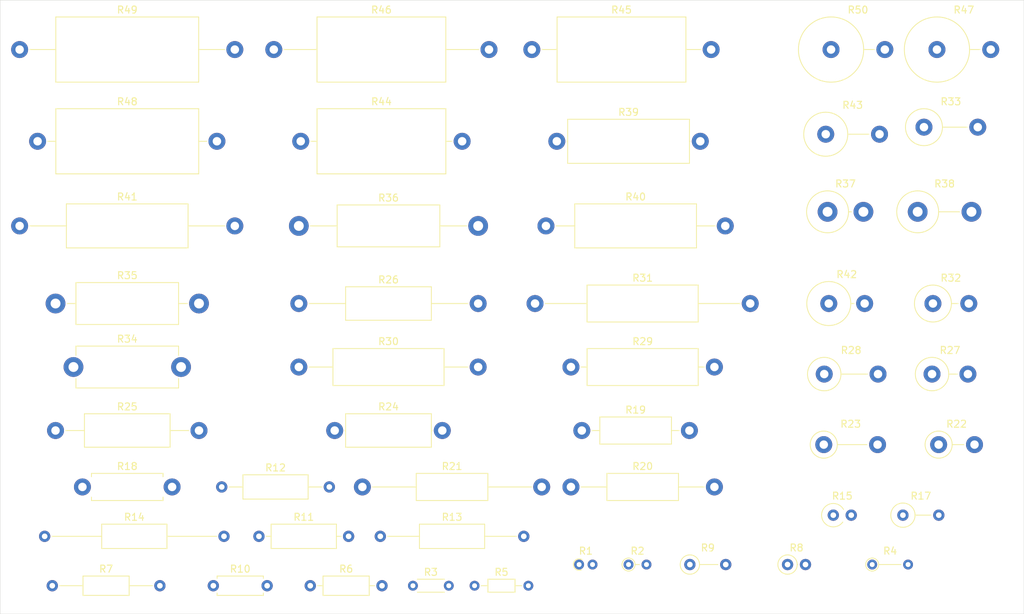
<source format=kicad_pcb>
(kicad_pcb (version 20211014) (generator pcbnew)
  (layers (0 "F.Cu" signal) (31 "B.Cu" signal) (34 "B.Paste" user) (35 "F.Paste" user) (36 "B.SilkS" user "B.Silkscreen") (37 "F.SilkS" user "F.Silkscreen") (38 "B.Mask" user) (39 "F.Mask" user) (44 "Edge.Cuts" user))
  (net 0 "")
  (footprint "Resistor_THT:R_Axial_DIN0411_L9.9mm_D3.6mm_P7.62mm_Vertical" (layer "F.Cu") (at 153.65 83)
    (fp_text reference "R23" (at 3.81 -2.92) (layer "F.SilkS"))
    (fp_text value "680k")
    (fp_line (start 1.92 0) (end 6.12 0) (layer "F.SilkS") (width 0.12))
    (fp_circle (center 0 0) (end 1.92 0) (layer "F.SilkS") (width 0.12) (fill none))
    (pad "1" thru_hole circle (at 0 0) (size 2.4 2.4) (drill 1.2) (layers *.Cu *.Mask))
    (pad "2" thru_hole oval (at 7.62 0) (size 2.4 2.4) (drill 1.2) (layers *.Cu *.Mask))
  )
  (footprint "Resistor_THT:R_Axial_DIN0411_L9.9mm_D3.6mm_P15.24mm_Horizontal" (layer "F.Cu") (at 119.38 81)
    (fp_text reference "R19" (at 7.62 -2.92) (layer "F.SilkS"))
    (fp_text value "330")
    (fp_line (start 12.69 1.92) (end 12.69 -1.92) (layer "F.SilkS") (width 0.12))
    (fp_line (start 2.55 1.92) (end 12.69 1.92) (layer "F.SilkS") (width 0.12))
    (fp_line (start 2.55 -1.92) (end 2.55 1.92) (layer "F.SilkS") (width 0.12))
    (fp_line (start 1.44 0) (end 2.55 0) (layer "F.SilkS") (width 0.12))
    (fp_line (start 13.8 0) (end 12.69 0) (layer "F.SilkS") (width 0.12))
    (fp_line (start 12.69 -1.92) (end 2.55 -1.92) (layer "F.SilkS") (width 0.12))
    (pad "1" thru_hole circle (at 0 0) (size 2.4 2.4) (drill 1.2) (layers *.Cu *.Mask))
    (pad "2" thru_hole oval (at 15.24 0) (size 2.4 2.4) (drill 1.2) (layers *.Cu *.Mask))
  )
  (footprint "Resistor_THT:R_Axial_DIN0411_L9.9mm_D3.6mm_P25.40mm_Horizontal" (layer "F.Cu") (at 88.3 89)
    (fp_text reference "R21" (at 12.7 -2.92) (layer "F.SilkS"))
    (fp_text value "1k5")
    (fp_line (start 1.44 0) (end 7.63 0) (layer "F.SilkS") (width 0.12))
    (fp_line (start 17.77 -1.92) (end 7.63 -1.92) (layer "F.SilkS") (width 0.12))
    (fp_line (start 17.77 1.92) (end 17.77 -1.92) (layer "F.SilkS") (width 0.12))
    (fp_line (start 7.63 -1.92) (end 7.63 1.92) (layer "F.SilkS") (width 0.12))
    (fp_line (start 23.96 0) (end 17.77 0) (layer "F.SilkS") (width 0.12))
    (fp_line (start 7.63 1.92) (end 17.77 1.92) (layer "F.SilkS") (width 0.12))
    (pad "1" thru_hole circle (at 0 0) (size 2.4 2.4) (drill 1.2) (layers *.Cu *.Mask))
    (pad "2" thru_hole oval (at 25.4 0) (size 2.4 2.4) (drill 1.2) (layers *.Cu *.Mask))
  )
  (footprint "Resistor_THT:R_Axial_DIN0414_L11.9mm_D4.5mm_P25.40mm_Horizontal" (layer "F.Cu") (at 79.3 63)
    (fp_text reference "R26" (at 12.7 -3.37) (layer "F.SilkS"))
    (fp_text value "0.01 5%")
    (fp_line (start 18.77 -2.37) (end 6.63 -2.37) (layer "F.SilkS") (width 0.12))
    (fp_line (start 6.63 2.37) (end 18.77 2.37) (layer "F.SilkS") (width 0.12))
    (fp_line (start 1.44 0) (end 6.63 0) (layer "F.SilkS") (width 0.12))
    (fp_line (start 23.96 0) (end 18.77 0) (layer "F.SilkS") (width 0.12))
    (fp_line (start 6.63 -2.37) (end 6.63 2.37) (layer "F.SilkS") (width 0.12))
    (fp_line (start 18.77 2.37) (end 18.77 -2.37) (layer "F.SilkS") (width 0.12))
    (pad "1" thru_hole circle (at 0 0) (size 2.4 2.4) (drill 1.2) (layers *.Cu *.Mask))
    (pad "2" thru_hole oval (at 25.4 0) (size 2.4 2.4) (drill 1.2) (layers *.Cu *.Mask))
  )
  (footprint "Resistor_THT:R_Axial_DIN0204_L3.6mm_D1.6mm_P2.54mm_Vertical" (layer "F.Cu") (at 126 100)
    (fp_text reference "R2" (at 1.27 -1.92) (layer "F.SilkS"))
    (fp_text value "0R12")
    (fp_line (start 0.92 0) (end 1.54 0) (layer "F.SilkS") (width 0.12))
    (fp_circle (center 0 0) (end 0.92 0) (layer "F.SilkS") (width 0.12) (fill none))
    (pad "1" thru_hole circle (at 0 0) (size 1.4 1.4) (drill 0.7) (layers *.Cu *.Mask))
    (pad "2" thru_hole oval (at 2.54 0) (size 1.4 1.4) (drill 0.7) (layers *.Cu *.Mask))
  )
  (footprint "Resistor_THT:R_Axial_DIN0204_L3.6mm_D1.6mm_P1.90mm_Vertical" (layer "F.Cu") (at 119 100)
    (fp_text reference "R1" (at 0.95 -1.92) (layer "F.SilkS"))
    (fp_text value "0.01")
    (fp_arc (start 0.320095 0.749359) (mid -0.813042 -0.054435) (end 0.417133 -0.7) (layer "F.SilkS") (width 0.12))
    (pad "1" thru_hole circle (at 0 0) (size 1.4 1.4) (drill 0.7) (layers *.Cu *.Mask))
    (pad "2" thru_hole oval (at 1.9 0) (size 1.4 1.4) (drill 0.7) (layers *.Cu *.Mask))
  )
  (footprint "Resistor_THT:R_Axial_DIN0411_L9.9mm_D3.6mm_P20.32mm_Horizontal" (layer "F.Cu") (at 117.84 89)
    (fp_text reference "R20" (at 10.16 -2.92) (layer "F.SilkS"))
    (fp_text value "220")
    (fp_line (start 18.88 0) (end 15.23 0) (layer "F.SilkS") (width 0.12))
    (fp_line (start 5.09 -1.92) (end 5.09 1.92) (layer "F.SilkS") (width 0.12))
    (fp_line (start 15.23 1.92) (end 15.23 -1.92) (layer "F.SilkS") (width 0.12))
    (fp_line (start 1.44 0) (end 5.09 0) (layer "F.SilkS") (width 0.12))
    (fp_line (start 15.23 -1.92) (end 5.09 -1.92) (layer "F.SilkS") (width 0.12))
    (fp_line (start 5.09 1.92) (end 15.23 1.92) (layer "F.SilkS") (width 0.12))
    (pad "1" thru_hole circle (at 0 0) (size 2.4 2.4) (drill 1.2) (layers *.Cu *.Mask))
    (pad "2" thru_hole oval (at 20.32 0) (size 2.4 2.4) (drill 1.2) (layers *.Cu *.Mask))
  )
  (footprint "Resistor_THT:R_Axial_DIN0309_L9.0mm_D3.2mm_P20.32mm_Horizontal" (layer "F.Cu") (at 90.84 96)
    (fp_text reference "R13" (at 10.16 -2.72) (layer "F.SilkS"))
    (fp_text value "91G")
    (fp_line (start 5.54 -1.72) (end 5.54 1.72) (layer "F.SilkS") (width 0.12))
    (fp_line (start 5.54 1.72) (end 14.78 1.72) (layer "F.SilkS") (width 0.12))
    (fp_line (start 14.78 -1.72) (end 5.54 -1.72) (layer "F.SilkS") (width 0.12))
    (fp_line (start 19.28 0) (end 14.78 0) (layer "F.SilkS") (width 0.12))
    (fp_line (start 14.78 1.72) (end 14.78 -1.72) (layer "F.SilkS") (width 0.12))
    (fp_line (start 1.04 0) (end 5.54 0) (layer "F.SilkS") (width 0.12))
    (pad "1" thru_hole circle (at 0 0) (size 1.6 1.6) (drill 0.8) (layers *.Cu *.Mask))
    (pad "2" thru_hole oval (at 20.32 0) (size 1.6 1.6) (drill 0.8) (layers *.Cu *.Mask))
  )
  (footprint "Resistor_THT:R_Axial_DIN0207_L6.3mm_D2.5mm_P7.62mm_Horizontal" (layer "F.Cu") (at 67.19 103)
    (fp_text reference "R10" (at 3.81 -2.37) (layer "F.SilkS"))
    (fp_text value "78.9M")
    (fp_line (start 7.08 1.37) (end 7.08 1.04) (layer "F.SilkS") (width 0.12))
    (fp_line (start 0.54 1.04) (end 0.54 1.37) (layer "F.SilkS") (width 0.12))
    (fp_line (start 0.54 -1.04) (end 0.54 -1.37) (layer "F.SilkS") (width 0.12))
    (fp_line (start 0.54 1.37) (end 7.08 1.37) (layer "F.SilkS") (width 0.12))
    (fp_line (start 0.54 -1.37) (end 7.08 -1.37) (layer "F.SilkS") (width 0.12))
    (fp_line (start 7.08 -1.37) (end 7.08 -1.04) (layer "F.SilkS") (width 0.12))
    (pad "1" thru_hole circle (at 0 0) (size 1.6 1.6) (drill 0.8) (layers *.Cu *.Mask))
    (pad "2" thru_hole oval (at 7.62 0) (size 1.6 1.6) (drill 0.8) (layers *.Cu *.Mask))
  )
  (footprint "Resistor_THT:R_Axial_DIN0617_L17.0mm_D6.0mm_P20.32mm_Horizontal" (layer "F.Cu") (at 115.84 40)
    (fp_text reference "R39" (at 10.16 -4.12) (layer "F.SilkS"))
    (fp_text value "678G")
    (fp_line (start 18.78 -3.12) (end 1.54 -3.12) (layer "F.SilkS") (width 0.12))
    (fp_line (start 18.88 0) (end 18.78 0) (layer "F.SilkS") (width 0.12))
    (fp_line (start 18.78 3.12) (end 18.78 -3.12) (layer "F.SilkS") (width 0.12))
    (fp_line (start 1.54 -3.12) (end 1.54 3.12) (layer "F.SilkS") (width 0.12))
    (fp_line (start 1.44 0) (end 1.54 0) (layer "F.SilkS") (width 0.12))
    (fp_line (start 1.54 3.12) (end 18.78 3.12) (layer "F.SilkS") (width 0.12))
    (pad "1" thru_hole circle (at 0 0) (size 2.4 2.4) (drill 1.2) (layers *.Cu *.Mask))
    (pad "2" thru_hole oval (at 20.32 0) (size 2.4 2.4) (drill 1.2) (layers *.Cu *.Mask))
  )
  (footprint "Resistor_THT:R_Axial_DIN0414_L11.9mm_D4.5mm_P20.32mm_Horizontal" (layer "F.Cu") (at 44.84 81)
    (fp_text reference "R25" (at 10.16 -3.37) (layer "F.SilkS"))
    (fp_text value "33k")
    (fp_line (start 18.88 0) (end 16.23 0) (layer "F.SilkS") (width 0.12))
    (fp_line (start 16.23 -2.37) (end 4.09 -2.37) (layer "F.SilkS") (width 0.12))
    (fp_line (start 16.23 2.37) (end 16.23 -2.37) (layer "F.SilkS") (width 0.12))
    (fp_line (start 1.44 0) (end 4.09 0) (layer "F.SilkS") (width 0.12))
    (fp_line (start 4.09 -2.37) (end 4.09 2.37) (layer "F.SilkS") (width 0.12))
    (fp_line (start 4.09 2.37) (end 16.23 2.37) (layer "F.SilkS") (width 0.12))
    (pad "1" thru_hole circle (at 0 0) (size 2.4 2.4) (drill 1.2) (layers *.Cu *.Mask))
    (pad "2" thru_hole oval (at 20.32 0) (size 2.4 2.4) (drill 1.2) (layers *.Cu *.Mask))
  )
  (footprint "Resistor_THT:R_Axial_DIN0414_L11.9mm_D4.5mm_P15.24mm_Horizontal" (layer "F.Cu") (at 84.38 81)
    (fp_text reference "R24" (at 7.62 -3.37) (layer "F.SilkS"))
    (fp_text value "1M")
    (fp_line (start 13.8 0) (end 13.69 0) (layer "F.SilkS") (width 0.12))
    (fp_line (start 1.55 2.37) (end 13.69 2.37) (layer "F.SilkS") (width 0.12))
    (fp_line (start 13.69 -2.37) (end 1.55 -2.37) (layer "F.SilkS") (width 0.12))
    (fp_line (start 1.55 -2.37) (end 1.55 2.37) (layer "F.SilkS") (width 0.12))
    (fp_line (start 13.69 2.37) (end 13.69 -2.37) (layer "F.SilkS") (width 0.12))
    (fp_line (start 1.44 0) (end 1.55 0) (layer "F.SilkS") (width 0.12))
    (pad "1" thru_hole circle (at 0 0) (size 2.4 2.4) (drill 1.2) (layers *.Cu *.Mask))
    (pad "2" thru_hole oval (at 15.24 0) (size 2.4 2.4) (drill 1.2) (layers *.Cu *.Mask))
  )
  (footprint "Resistor_THT:R_Axial_DIN0516_L15.5mm_D5.0mm_P30.48mm_Horizontal" (layer "F.Cu") (at 112.755 63)
    (fp_text reference "R31" (at 15.24 -3.62) (layer "F.SilkS"))
    (fp_text value "567")
    (fp_line (start 7.37 2.62) (end 23.11 2.62) (layer "F.SilkS") (width 0.12))
    (fp_line (start 7.37 -2.62) (end 7.37 2.62) (layer "F.SilkS") (width 0.12))
    (fp_line (start 23.11 -2.62) (end 7.37 -2.62) (layer "F.SilkS") (width 0.12))
    (fp_line (start 1.44 0) (end 7.37 0) (layer "F.SilkS") (width 0.12))
    (fp_line (start 23.11 2.62) (end 23.11 -2.62) (layer "F.SilkS") (width 0.12))
    (fp_line (start 29.04 0) (end 23.11 0) (layer "F.SilkS") (width 0.12))
    (pad "1" thru_hole circle (at 0 0) (size 2.4 2.4) (drill 1.2) (layers *.Cu *.Mask))
    (pad "2" thru_hole oval (at 30.48 0) (size 2.4 2.4) (drill 1.2) (layers *.Cu *.Mask))
  )
  (footprint "Resistor_THT:R_Axial_DIN0207_L6.3mm_D2.5mm_P10.16mm_Horizontal" (layer "F.Cu") (at 80.92 103)
    (fp_text reference "R6" (at 5.08 -2.37) (layer "F.SilkS"))
    (fp_text value "3k4")
    (fp_line (start 1.81 -1.37) (end 1.81 1.37) (layer "F.SilkS") (width 0.12))
    (fp_line (start 1.04 0) (end 1.81 0) (layer "F.SilkS") (width 0.12))
    (fp_line (start 8.35 -1.37) (end 1.81 -1.37) (layer "F.SilkS") (width 0.12))
    (fp_line (start 8.35 1.37) (end 8.35 -1.37) (layer "F.SilkS") (width 0.12))
    (fp_line (start 9.12 0) (end 8.35 0) (layer "F.SilkS") (width 0.12))
    (fp_line (start 1.81 1.37) (end 8.35 1.37) (layer "F.SilkS") (width 0.12))
    (pad "1" thru_hole circle (at 0 0) (size 1.6 1.6) (drill 0.8) (layers *.Cu *.Mask))
    (pad "2" thru_hole oval (at 10.16 0) (size 1.6 1.6) (drill 0.8) (layers *.Cu *.Mask))
  )
  (footprint "Resistor_THT:R_Axial_DIN0411_L9.9mm_D3.6mm_P12.70mm_Horizontal" (layer "F.Cu") (at 48.65 89)
    (fp_text reference "R18" (at 6.35 -2.92) (layer "F.SilkS"))
    (fp_text value "68k")
    (fp_line (start 1.28 -1.92) (end 11.42 -1.92) (layer "F.SilkS") (width 0.12))
    (fp_line (start 11.42 -1.92) (end 11.42 -1.44) (layer "F.SilkS") (width 0.12))
    (fp_line (start 11.42 1.92) (end 11.42 1.44) (layer "F.SilkS") (width 0.12))
    (fp_line (start 1.28 -1.44) (end 1.28 -1.92) (layer "F.SilkS") (width 0.12))
    (fp_line (start 1.28 1.44) (end 1.28 1.92) (layer "F.SilkS") (width 0.12))
    (fp_line (start 1.28 1.92) (end 11.42 1.92) (layer "F.SilkS") (width 0.12))
    (pad "1" thru_hole circle (at 0 0) (size 2.4 2.4) (drill 1.2) (layers *.Cu *.Mask))
    (pad "2" thru_hole oval (at 12.7 0) (size 2.4 2.4) (drill 1.2) (layers *.Cu *.Mask))
  )
  (footprint "Resistor_THT:R_Axial_DIN0918_L18.0mm_D9.0mm_P25.40mm_Horizontal" (layer "F.Cu") (at 112.3 27)
    (fp_text reference "R45" (at 12.7 -5.62) (layer "F.SilkS"))
    (fp_text value "23.4")
    (fp_line (start 21.82 -4.62) (end 3.58 -4.62) (layer "F.SilkS") (width 0.12))
    (fp_line (start 1.44 0) (end 3.58 0) (layer "F.SilkS") (width 0.12))
    (fp_line (start 3.58 4.62) (end 21.82 4.62) (layer "F.SilkS") (width 0.12))
    (fp_line (start 3.58 -4.62) (end 3.58 4.62) (layer "F.SilkS") (width 0.12))
    (fp_line (start 23.96 0) (end 21.82 0) (layer "F.SilkS") (width 0.12))
    (fp_line (start 21.82 4.62) (end 21.82 -4.62) (layer "F.SilkS") (width 0.12))
    (pad "1" thru_hole circle (at 0 0) (size 2.4 2.4) (drill 1.2) (layers *.Cu *.Mask))
    (pad "2" thru_hole oval (at 25.4 0) (size 2.4 2.4) (drill 1.2) (layers *.Cu *.Mask))
  )
  (footprint "Resistor_THT:R_Axial_DIN0516_L15.5mm_D5.0mm_P25.40mm_Horizontal" (layer "F.Cu") (at 79.3 72)
    (fp_text reference "R30" (at 12.7 -3.62) (layer "F.SilkS"))
    (fp_text value "567")
    (fp_line (start 20.57 -2.62) (end 4.83 -2.62) (layer "F.SilkS") (width 0.12))
    (fp_line (start 23.96 0) (end 20.57 0) (layer "F.SilkS") (width 0.12))
    (fp_line (start 20.57 2.62) (end 20.57 -2.62) (layer "F.SilkS") (width 0.12))
    (fp_line (start 4.83 2.62) (end 20.57 2.62) (layer "F.SilkS") (width 0.12))
    (fp_line (start 4.83 -2.62) (end 4.83 2.62) (layer "F.SilkS") (width 0.12))
    (fp_line (start 1.44 0) (end 4.83 0) (layer "F.SilkS") (width 0.12))
    (pad "1" thru_hole circle (at 0 0) (size 2.4 2.4) (drill 1.2) (layers *.Cu *.Mask))
    (pad "2" thru_hole oval (at 25.4 0) (size 2.4 2.4) (drill 1.2) (layers *.Cu *.Mask))
  )
  (footprint "Resistor_THT:R_Axial_DIN0614_L14.3mm_D5.7mm_P7.62mm_Vertical" (layer "F.Cu") (at 166.95 50)
    (fp_text reference "R38" (at 3.81 -3.97) (layer "F.SilkS"))
    (fp_text value "67.8G")
    (fp_line (start 2.97 0) (end 5.92 0) (layer "F.SilkS") (width 0.12))
    (fp_circle (center 0 0) (end 2.97 0) (layer "F.SilkS") (width 0.12) (fill none))
    (pad "1" thru_hole circle (at 0 0) (size 2.8 2.8) (drill 1.4) (layers *.Cu *.Mask))
    (pad "2" thru_hole oval (at 7.62 0) (size 2.8 2.8) (drill 1.4) (layers *.Cu *.Mask))
  )
  (footprint "Resistor_THT:R_Axial_DIN0617_L17.0mm_D6.0mm_P7.62mm_Vertical" (layer "F.Cu") (at 153.93 39)
    (fp_text reference "R43" (at 3.81 -4.12) (layer "F.SilkS"))
    (fp_text value "511k")
    (fp_line (start 3.12 0) (end 6.12 0) (layer "F.SilkS") (width 0.12))
    (fp_circle (center 0 0) (end 3.12 0) (layer "F.SilkS") (width 0.12) (fill none))
    (pad "1" thru_hole circle (at 0 0) (size 2.4 2.4) (drill 1.2) (layers *.Cu *.Mask))
    (pad "2" thru_hole oval (at 7.62 0) (size 2.4 2.4) (drill 1.2) (layers *.Cu *.Mask))
  )
  (footprint "Resistor_THT:R_Axial_DIN0614_L14.3mm_D5.7mm_P5.08mm_Vertical" (layer "F.Cu") (at 154.185 50)
    (fp_text reference "R37" (at 2.54 -3.97) (layer "F.SilkS"))
    (fp_text value "6.78G")
    (fp_line (start 2.97 0) (end 3.38 0) (layer "F.SilkS") (width 0.12))
    (fp_circle (center 0 0) (end 2.97 0) (layer "F.SilkS") (width 0.12) (fill none))
    (pad "1" thru_hole circle (at 0 0) (size 2.8 2.8) (drill 1.4) (layers *.Cu *.Mask))
    (pad "2" thru_hole oval (at 5.08 0) (size 2.8 2.8) (drill 1.4) (layers *.Cu *.Mask))
  )
  (footprint "Resistor_THT:R_Axial_DIN0309_L9.0mm_D3.2mm_P15.24mm_Horizontal" (layer "F.Cu") (at 68.38 89)
    (fp_text reference "R12" (at 7.62 -2.72) (layer "F.SilkS"))
    (fp_text value "9.1G")
    (fp_line (start 3 1.72) (end 12.24 1.72) (layer "F.SilkS") (width 0.12))
    (fp_line (start 14.2 0) (end 12.24 0) (layer "F.SilkS") (width 0.12))
    (fp_line (start 12.24 1.72) (end 12.24 -1.72) (layer "F.SilkS") (width 0.12))
    (fp_line (start 3 -1.72) (end 3 1.72) (layer "F.SilkS") (width 0.12))
    (fp_line (start 12.24 -1.72) (end 3 -1.72) (layer "F.SilkS") (width 0.12))
    (fp_line (start 1.04 0) (end 3 0) (layer "F.SilkS") (width 0.12))
    (pad "1" thru_hole circle (at 0 0) (size 1.6 1.6) (drill 0.8) (layers *.Cu *.Mask))
    (pad "2" thru_hole oval (at 15.24 0) (size 1.6 1.6) (drill 0.8) (layers *.Cu *.Mask))
  )
  (footprint "Resistor_THT:R_Axial_DIN0207_L6.3mm_D2.5mm_P5.08mm_Vertical" (layer "F.Cu") (at 134.685 100)
    (fp_text reference "R9" (at 2.54 -2.37) (layer "F.SilkS"))
    (fp_text value "6M8")
    (fp_line (start 1.37 0) (end 3.98 0) (layer "F.SilkS") (width 0.12))
    (fp_circle (center 0 0) (end 1.37 0) (layer "F.SilkS") (width 0.12) (fill none))
    (pad "1" thru_hole circle (at 0 0) (size 1.6 1.6) (drill 0.8) (layers *.Cu *.Mask))
    (pad "2" thru_hole oval (at 5.08 0) (size 1.6 1.6) (drill 0.8) (layers *.Cu *.Mask))
  )
  (footprint "Resistor_THT:R_Axial_DIN0414_L11.9mm_D4.5mm_P7.62mm_Vertical" (layer "F.Cu") (at 153.715 73)
    (fp_text reference "R28" (at 3.81 -3.37) (layer "F.SilkS"))
    (fp_text value "1.23")
    (fp_line (start 2.37 0) (end 6.12 0) (layer "F.SilkS") (width 0.12))
    (fp_circle (center 0 0) (end 2.37 0) (layer "F.SilkS") (width 0.12) (fill none))
    (pad "1" thru_hole circle (at 0 0) (size 2.4 2.4) (drill 1.2) (layers *.Cu *.Mask))
    (pad "2" thru_hole oval (at 7.62 0) (size 2.4 2.4) (drill 1.2) (layers *.Cu *.Mask))
  )
  (footprint "Resistor_THT:R_Axial_DIN0922_L20.0mm_D9.0mm_P7.62mm_Vertical" (layer "F.Cu") (at 154.68 27)
    (fp_text reference "R50" (at 3.81 -5.62) (layer "F.SilkS"))
    (fp_text value "2340000")
    (fp_line (start 4.62 0) (end 6.12 0) (layer "F.SilkS") (width 0.12))
    (fp_circle (center 0 0) (end 4.62 0) (layer "F.SilkS") (width 0.12) (fill none))
    (pad "1" thru_hole circle (at 0 0) (size 2.4 2.4) (drill 1.2) (layers *.Cu *.Mask))
    (pad "2" thru_hole oval (at 7.62 0) (size 2.4 2.4) (drill 1.2) (layers *.Cu *.Mask))
  )
  (footprint "Resistor_THT:R_Axial_DIN0204_L3.6mm_D1.6mm_P7.62mm_Horizontal" (layer "F.Cu") (at 104.19 103)
    (fp_text reference "R5" (at 3.81 -1.92) (layer "F.SilkS"))
    (fp_text value "330")
    (fp_line (start 6.68 0) (end 5.73 0) (layer "F.SilkS") (width 0.12))
    (fp_line (start 1.89 0.92) (end 5.73 0.92) (layer "F.SilkS") (width 0.12))
    (fp_line (start 0.94 0) (end 1.89 0) (layer "F.SilkS") (width 0.12))
    (fp_line (start 5.73 -0.92) (end 1.89 -0.92) (layer "F.SilkS") (width 0.12))
    (fp_line (start 1.89 -0.92) (end 1.89 0.92) (layer "F.SilkS") (width 0.12))
    (fp_line (start 5.73 0.92) (end 5.73 -0.92) (layer "F.SilkS") (width 0.12))
    (pad "1" thru_hole circle (at 0 0) (size 1.4 1.4) (drill 0.7) (layers *.Cu *.Mask))
    (pad "2" thru_hole oval (at 7.62 0) (size 1.4 1.4) (drill 0.7) (layers *.Cu *.Mask))
  )
  (footprint "Resistor_THT:R_Axial_DIN0614_L14.3mm_D5.7mm_P15.24mm_Horizontal" (layer "F.Cu") (at 47.38 72)
    (fp_text reference "R34" (at 7.62 -3.97) (layer "F.SilkS"))
    (fp_text value "6780000")
    (fp_line (start 14.89 -2.97) (end 14.89 -1.64) (layer "F.SilkS") (width 0.12))
    (fp_line (start 0.35 1.64) (end 0.35 2.97) (layer "F.SilkS") (width 0.12))
    (fp_line (start 0.35 -2.97) (end 14.89 -2.97) (layer "F.SilkS") (width 0.12))
    (fp_line (start 0.35 -1.64) (end 0.35 -2.97) (layer "F.SilkS") (width 0.12))
    (fp_line (start 0.35 2.97) (end 14.89 2.97) (layer "F.SilkS") (width 0.12))
    (fp_line (start 14.89 2.97) (end 14.89 1.64) (layer "F.SilkS") (width 0.12))
    (pad "1" thru_hole circle (at 0 0) (size 2.8 2.8) (drill 1.4) (layers *.Cu *.Mask))
    (pad "2" thru_hole oval (at 15.24 0) (size 2.8 2.8) (drill 1.4) (layers *.Cu *.Mask))
  )
  (footprint "Resistor_THT:R_Axial_DIN0614_L14.3mm_D5.7mm_P20.32mm_Horizontal" (layer "F.Cu") (at 44.84 63)
    (fp_text reference "R35" (at 10.16 -3.97) (layer "F.SilkS"))
    (fp_text value "67800000")
    (fp_line (start 2.89 -2.97) (end 2.89 2.97) (layer "F.SilkS") (width 0.12))
    (fp_line (start 17.43 -2.97) (end 2.89 -2.97) (layer "F.SilkS") (width 0.12))
    (fp_line (start 1.64 0) (end 2.89 0) (layer "F.SilkS") (width 0.12))
    (fp_line (start 17.43 2.97) (end 17.43 -2.97) (layer "F.SilkS") (width 0.12))
    (fp_line (start 18.68 0) (end 17.43 0) (layer "F.SilkS") (width 0.12))
    (fp_line (start 2.89 2.97) (end 17.43 2.97) (layer "F.SilkS") (width 0.12))
    (pad "1" thru_hole circle (at 0 0) (size 2.8 2.8) (drill 1.4) (layers *.Cu *.Mask))
    (pad "2" thru_hole oval (at 20.32 0) (size 2.8 2.8) (drill 1.4) (layers *.Cu *.Mask))
  )
  (footprint "Resistor_THT:R_Axial_DIN0516_L15.5mm_D5.0mm_P7.62mm_Vertical" (layer "F.Cu") (at 167.84 38)
    (fp_text reference "R33" (at 3.81 -3.62) (layer "F.SilkS"))
    (fp_text value "678900")
    (fp_line (start 2.62 0) (end 6.12 0) (layer "F.SilkS") (width 0.12))
    (fp_circle (center 0 0) (end 2.62 0) (layer "F.SilkS") (width 0.12) (fill none))
    (pad "1" thru_hole circle (at 0 0) (size 2.4 2.4) (drill 1.2) (layers *.Cu *.Mask))
    (pad "2" thru_hole oval (at 7.62 0) (size 2.4 2.4) (drill 1.2) (layers *.Cu *.Mask))
  )
  (footprint "Resistor_THT:R_Axial_DIN0207_L6.3mm_D2.5mm_P2.54mm_Vertical" (layer "F.Cu") (at 148.52 100)
    (fp_text reference "R8" (at 1.27 -2.37) (layer "F.SilkS"))
    (fp_text value "680K")
    (fp_line (start 1.37 0) (end 1.44 0) (layer "F.SilkS") (width 0.12))
    (fp_circle (center 0 0) (end 1.37 0) (layer "F.SilkS") (width 0.12) (fill none))
    (pad "1" thru_hole circle (at 0 0) (size 1.6 1.6) (drill 0.8) (layers *.Cu *.Mask))
    (pad "2" thru_hole oval (at 2.54 0) (size 1.6 1.6) (drill 0.8) (layers *.Cu *.Mask))
  )
  (footprint "Resistor_THT:R_Axial_DIN0516_L15.5mm_D5.0mm_P20.32mm_Horizontal" (layer "F.Cu") (at 117.84 72)
    (fp_text reference "R29" (at 10.16 -3.62) (layer "F.SilkS"))
    (fp_text value "12.3")
    (fp_line (start 2.29 -2.62) (end 2.29 2.62) (layer "F.SilkS") (width 0.12))
    (fp_line (start 18.03 2.62) (end 18.03 -2.62) (layer "F.SilkS") (width 0.12))
    (fp_line (start 2.29 2.62) (end 18.03 2.62) (layer "F.SilkS") (width 0.12))
    (fp_line (start 18.03 -2.62) (end 2.29 -2.62) (layer "F.SilkS") (width 0.12))
    (fp_line (start 1.44 0) (end 2.29 0) (layer "F.SilkS") (width 0.12))
    (fp_line (start 18.88 0) (end 18.03 0) (layer "F.SilkS") (width 0.12))
    (pad "1" thru_hole circle (at 0 0) (size 2.4 2.4) (drill 1.2) (layers *.Cu *.Mask))
    (pad "2" thru_hole oval (at 20.32 0) (size 2.4 2.4) (drill 1.2) (layers *.Cu *.Mask))
  )
  (footprint "Resistor_THT:R_Axial_DIN0918_L18.0mm_D9.0mm_P22.86mm_Horizontal" (layer "F.Cu") (at 79.57 40)
    (fp_text reference "R44" (at 11.43 -5.62) (layer "F.SilkS"))
    (fp_text value "2.34")
    (fp_line (start 21.42 0) (end 20.55 0) (layer "F.SilkS") (width 0.12))
    (fp_line (start 2.31 4.62) (end 20.55 4.62) (layer "F.SilkS") (width 0.12))
    (fp_line (start 2.31 -4.62) (end 2.31 4.62) (layer "F.SilkS") (width 0.12))
    (fp_line (start 1.44 0) (end 2.31 0) (layer "F.SilkS") (width 0.12))
    (fp_line (start 20.55 4.62) (end 20.55 -4.62) (layer "F.SilkS") (width 0.12))
    (fp_line (start 20.55 -4.62) (end 2.31 -4.62) (layer "F.SilkS") (width 0.12))
    (pad "1" thru_hole circle (at 0 0) (size 2.4 2.4) (drill 1.2) (layers *.Cu *.Mask))
    (pad "2" thru_hole oval (at 22.86 0) (size 2.4 2.4) (drill 1.2) (layers *.Cu *.Mask))
  )
  (footprint "Resistor_THT:R_Axial_DIN0309_L9.0mm_D3.2mm_P5.08mm_Vertical" (layer "F.Cu") (at 164.86 93)
    (fp_text reference "R17" (at 2.54 -2.72) (layer "F.SilkS"))
    (fp_text value "4k7")
    (fp_line (start 1.72 0) (end 3.98 0) (layer "F.SilkS") (width 0.12))
    (fp_circle (center 0 0) (end 1.72 0) (layer "F.SilkS") (width 0.12) (fill none))
    (pad "1" thru_hole circle (at 0 0) (size 1.6 1.6) (drill 0.8) (layers *.Cu *.Mask))
    (pad "2" thru_hole oval (at 5.08 0) (size 1.6 1.6) (drill 0.8) (layers *.Cu *.Mask))
  )
  (footprint "Resistor_THT:R_Axial_DIN0617_L17.0mm_D6.0mm_P25.40mm_Horizontal" (layer "F.Cu") (at 114.3 52)
    (fp_text reference "R40" (at 12.7 -4.12) (layer "F.SilkS"))
    (fp_text value "511")
    (fp_line (start 1.44 0) (end 4.08 0) (layer "F.SilkS") (width 0.12))
    (fp_line (start 4.08 3.12) (end 21.32 3.12) (layer "F.SilkS") (width 0.12))
    (fp_line (start 21.32 -3.12) (end 4.08 -3.12) (layer "F.SilkS") (width 0.12))
    (fp_line (start 21.32 3.12) (end 21.32 -3.12) (layer "F.SilkS") (width 0.12))
    (fp_line (start 4.08 -3.12) (end 4.08 3.12) (layer "F.SilkS") (width 0.12))
    (fp_line (start 23.96 0) (end 21.32 0) (layer "F.SilkS") (width 0.12))
    (pad "1" thru_hole circle (at 0 0) (size 2.4 2.4) (drill 1.2) (layers *.Cu *.Mask))
    (pad "2" thru_hole oval (at 25.4 0) (size 2.4 2.4) (drill 1.2) (layers *.Cu *.Mask))
  )
  (footprint "Resistor_THT:R_Axial_DIN0516_L15.5mm_D5.0mm_P5.08mm_Vertical" (layer "F.Cu") (at 169.11 63)
    (fp_text reference "R32" (at 2.54 -3.62) (layer "F.SilkS"))
    (fp_text value "67800")
    (fp_line (start 2.62 0) (end 3.58 0) (layer "F.SilkS") (width 0.12))
    (fp_circle (center 0 0) (end 2.62 0) (layer "F.SilkS") (width 0.12) (fill none))
    (pad "1" thru_hole circle (at 0 0) (size 2.4 2.4) (drill 1.2) (layers *.Cu *.Mask))
    (pad "2" thru_hole oval (at 5.08 0) (size 2.4 2.4) (drill 1.2) (layers *.Cu *.Mask))
  )
  (footprint "Resistor_THT:R_Axial_DIN0309_L9.0mm_D3.2mm_P25.40mm_Horizontal" (layer "F.Cu") (at 43.3 96)
    (fp_text reference "R14" (at 12.7 -2.72) (layer "F.SilkS"))
    (fp_text value "1k2")
    (fp_line (start 24.36 0) (end 17.32 0) (layer "F.SilkS") (width 0.12))
    (fp_line (start 17.32 1.72) (end 17.32 -1.72) (layer "F.SilkS") (width 0.12))
    (fp_line (start 8.08 1.72) (end 17.32 1.72) (layer "F.SilkS") (width 0.12))
    (fp_line (start 17.32 -1.72) (end 8.08 -1.72) (layer "F.SilkS") (width 0.12))
    (fp_line (start 8.08 -1.72) (end 8.08 1.72) (layer "F.SilkS") (width 0.12))
    (fp_line (start 1.04 0) (end 8.08 0) (layer "F.SilkS") (width 0.12))
    (pad "1" thru_hole circle (at 0 0) (size 1.6 1.6) (drill 0.8) (layers *.Cu *.Mask))
    (pad "2" thru_hole oval (at 25.4 0) (size 1.6 1.6) (drill 0.8) (layers *.Cu *.Mask))
  )
  (footprint "Resistor_THT:R_Axial_DIN0309_L9.0mm_D3.2mm_P12.70mm_Horizontal" (layer "F.Cu") (at 73.65 96)
    (fp_text reference "R11" (at 6.35 -2.72) (layer "F.SilkS"))
    (fp_text value "780M")
    (fp_line (start 10.97 1.72) (end 10.97 -1.72) (layer "F.SilkS") (width 0.12))
    (fp_line (start 1.73 1.72) (end 10.97 1.72) (layer "F.SilkS") (width 0.12))
    (fp_line (start 11.66 0) (end 10.97 0) (layer "F.SilkS") (width 0.12))
    (fp_line (start 1.04 0) (end 1.73 0) (layer "F.SilkS") (width 0.12))
    (fp_line (start 10.97 -1.72) (end 1.73 -1.72) (layer "F.SilkS") (width 0.12))
    (fp_line (start 1.73 -1.72) (end 1.73 1.72) (layer "F.SilkS") (width 0.12))
    (pad "1" thru_hole circle (at 0 0) (size 1.6 1.6) (drill 0.8) (layers *.Cu *.Mask))
    (pad "2" thru_hole oval (at 12.7 0) (size 1.6 1.6) (drill 0.8) (layers *.Cu *.Mask))
  )
  (footprint "Resistor_THT:R_Axial_DIN0922_L20.0mm_D9.0mm_P25.40mm_Horizontal" (layer "F.Cu") (at 42.3 40)
    (fp_text reference "R48" (at 12.7 -5.62) (layer "F.SilkS"))
    (fp_text value "23400")
    (fp_line (start 1.44 0) (end 2.58 0) (layer "F.SilkS") (width 0.12))
    (fp_line (start 22.82 -4.62) (end 2.58 -4.62) (layer "F.SilkS") (width 0.12))
    (fp_line (start 23.96 0) (end 22.82 0) (layer "F.SilkS") (width 0.12))
    (fp_line (start 2.58 4.62) (end 22.82 4.62) (layer "F.SilkS") (width 0.12))
    (fp_line (start 2.58 -4.62) (end 2.58 4.62) (layer "F.SilkS") (width 0.12))
    (fp_line (start 22.82 4.62) (end 22.82 -4.62) (layer "F.SilkS") (width 0.12))
    (pad "1" thru_hole circle (at 0 0) (size 2.4 2.4) (drill 1.2) (layers *.Cu *.Mask))
    (pad "2" thru_hole oval (at 25.4 0) (size 2.4 2.4) (drill 1.2) (layers *.Cu *.Mask))
  )
  (footprint "Resistor_THT:R_Axial_DIN0617_L17.0mm_D6.0mm_P5.08mm_Vertical" (layer "F.Cu") (at 154.36 63)
    (fp_text reference "R42" (at 2.54 -4.12) (layer "F.SilkS"))
    (fp_text value "51k1")
    (fp_line (start 3.12 0) (end 3.58 0) (layer "F.SilkS") (width 0.12))
    (fp_circle (center 0 0) (end 3.12 0) (layer "F.SilkS") (width 0.12) (fill none))
    (pad "1" thru_hole circle (at 0 0) (size 2.4 2.4) (drill 1.2) (layers *.Cu *.Mask))
    (pad "2" thru_hole oval (at 5.08 0) (size 2.4 2.4) (drill 1.2) (layers *.Cu *.Mask))
  )
  (footprint "Resistor_THT:R_Axial_DIN0309_L9.0mm_D3.2mm_P2.54mm_Vertical" (layer "F.Cu") (at 155 93)
    (fp_text reference "R15" (at 1.27 -2.72) (layer "F.SilkS"))
    (fp_text value "2k2")
    (fp_arc (start 1.344775 0.97138) (mid -1.655812 -0.101418) (end 1.453272 -0.8) (layer "F.SilkS") (width 0.12))
    (pad "1" thru_hole circle (at 0 0) (size 1.6 1.6) (drill 0.8) (layers *.Cu *.Mask))
    (pad "2" thru_hole oval (at 2.54 0) (size 1.6 1.6) (drill 0.8) (layers *.Cu *.Mask))
  )
  (footprint "Resistor_THT:R_Axial_DIN0414_L11.9mm_D4.5mm_P5.08mm_Vertical" (layer "F.Cu") (at 168.985 73)
    (fp_text reference "R27" (at 2.54 -3.37) (layer "F.SilkS"))
    (fp_text value "0.12")
    (fp_line (start 2.37 0) (end 3.58 0) (layer "F.SilkS") (width 0.12))
    (fp_circle (center 0 0) (end 2.37 0) (layer "F.SilkS") (width 0.12) (fill none))
    (pad "1" thru_hole circle (at 0 0) (size 2.4 2.4) (drill 1.2) (layers *.Cu *.Mask))
    (pad "2" thru_hole oval (at 5.08 0) (size 2.4 2.4) (drill 1.2) (layers *.Cu *.Mask))
  )
  (footprint "Resistor_THT:R_Axial_DIN0207_L6.3mm_D2.5mm_P15.24mm_Horizontal" (layer "F.Cu") (at 44.38 103)
    (fp_text reference "R7" (at 7.62 -2.37) (layer "F.SilkS"))
    (fp_text value "34k")
    (fp_line (start 4.35 -1.37) (end 4.35 1.37) (layer "F.SilkS") (width 0.12))
    (fp_line (start 1.04 0) (end 4.35 0) (layer "F.SilkS") (width 0.12))
    (fp_line (start 10.89 -1.37) (end 4.35 -1.37) (layer "F.SilkS") (width 0.12))
    (fp_line (start 4.35 1.37) (end 10.89 1.37) (layer "F.SilkS") (width 0.12))
    (fp_line (start 10.89 1.37) (end 10.89 -1.37) (layer "F.SilkS") (width 0.12))
    (fp_line (start 14.2 0) (end 10.89 0) (layer "F.SilkS") (width 0.12))
    (pad "1" thru_hole circle (at 0 0) (size 1.6 1.6) (drill 0.8) (layers *.Cu *.Mask))
    (pad "2" thru_hole oval (at 15.24 0) (size 1.6 1.6) (drill 0.8) (layers *.Cu *.Mask))
  )
  (footprint "Resistor_THT:R_Axial_DIN0204_L3.6mm_D1.6mm_P5.08mm_Horizontal" (layer "F.Cu") (at 95.46 103)
    (fp_text reference "R3" (at 2.54 -1.92) (layer "F.SilkS"))
    (fp_text value "1R2")
    (fp_line (start 0.62 -0.92) (end 4.46 -0.92) (layer "F.SilkS") (width 0.12))
    (fp_line (start 0.62 0.92) (end 4.46 0.92) (layer "F.SilkS") (width 0.12))
    (pad "1" thru_hole circle (at 0 0) (size 1.4 1.4) (drill 0.7) (layers *.Cu *.Mask))
    (pad "2" thru_hole oval (at 5.08 0) (size 1.4 1.4) (drill 0.7) (layers *.Cu *.Mask))
  )
  (footprint "Resistor_THT:R_Axial_DIN0204_L3.6mm_D1.6mm_P5.08mm_Vertical" (layer "F.Cu") (at 160.51 100)
    (fp_text reference "R4" (at 2.54 -1.92) (layer "F.SilkS"))
    (fp_text value "12.3R")
    (fp_line (start 0.92 0) (end 4.08 0) (layer "F.SilkS") (width 0.12))
    (fp_circle (center 0 0) (end 0.92 0) (layer "F.SilkS") (width 0.12) (fill none))
    (pad "1" thru_hole circle (at 0 0) (size 1.4 1.4) (drill 0.7) (layers *.Cu *.Mask))
    (pad "2" thru_hole oval (at 5.08 0) (size 1.4 1.4) (drill 0.7) (layers *.Cu *.Mask))
  )
  (footprint "Resistor_THT:R_Axial_DIN0617_L17.0mm_D6.0mm_P30.48mm_Horizontal" (layer "F.Cu") (at 39.755 52)
    (fp_text reference "R41" (at 15.24 -4.12) (layer "F.SilkS"))
    (fp_text value "5k11")
    (fp_line (start 6.62 3.12) (end 23.86 3.12) (layer "F.SilkS") (width 0.12))
    (fp_line (start 6.62 -3.12) (end 6.62 3.12) (layer "F.SilkS") (width 0.12))
    (fp_line (start 23.86 -3.12) (end 6.62 -3.12) (layer "F.SilkS") (width 0.12))
    (fp_line (start 29.04 0) (end 23.86 0) (layer "F.SilkS") (width 0.12))
    (fp_line (start 23.86 3.12) (end 23.86 -3.12) (layer "F.SilkS") (width 0.12))
    (fp_line (start 1.44 0) (end 6.62 0) (layer "F.SilkS") (width 0.12))
    (pad "1" thru_hole circle (at 0 0) (size 2.4 2.4) (drill 1.2) (layers *.Cu *.Mask))
    (pad "2" thru_hole oval (at 30.48 0) (size 2.4 2.4) (drill 1.2) (layers *.Cu *.Mask))
  )
  (footprint "Resistor_THT:R_Axial_DIN0918_L18.0mm_D9.0mm_P30.48mm_Horizontal" (layer "F.Cu") (at 75.755 27)
    (fp_text reference "R46" (at 15.24 -5.62) (layer "F.SilkS"))
    (fp_text value "234")
    (fp_line (start 6.12 4.62) (end 24.36 4.62) (layer "F.SilkS") (width 0.12))
    (fp_line (start 6.12 -4.62) (end 6.12 4.62) (layer "F.SilkS") (width 0.12))
    (fp_line (start 1.44 0) (end 6.12 0) (layer "F.SilkS") (width 0.12))
    (fp_line (start 24.36 -4.62) (end 6.12 -4.62) (layer "F.SilkS") (width 0.12))
    (fp_line (start 29.04 0) (end 24.36 0) (layer "F.SilkS") (width 0.12))
    (fp_line (start 24.36 4.62) (end 24.36 -4.62) (layer "F.SilkS") (width 0.12))
    (pad "1" thru_hole circle (at 0 0) (size 2.4 2.4) (drill 1.2) (layers *.Cu *.Mask))
    (pad "2" thru_hole oval (at 30.48 0) (size 2.4 2.4) (drill 1.2) (layers *.Cu *.Mask))
  )
  (footprint "Resistor_THT:R_Axial_DIN0922_L20.0mm_D9.0mm_P30.48mm_Horizontal" (layer "F.Cu") (at 39.755 27)
    (fp_text reference "R49" (at 15.24 -5.62) (layer "F.SilkS"))
    (fp_text value "234000")
    (fp_line (start 5.12 -4.62) (end 5.12 4.62) (layer "F.SilkS") (width 0.12))
    (fp_line (start 5.12 4.62) (end 25.36 4.62) (layer "F.SilkS") (width 0.12))
    (fp_line (start 25.36 -4.62) (end 5.12 -4.62) (layer "F.SilkS") (width 0.12))
    (fp_line (start 25.36 4.62) (end 25.36 -4.62) (layer "F.SilkS") (width 0.12))
    (fp_line (start 29.04 0) (end 25.36 0) (layer "F.SilkS") (width 0.12))
    (fp_line (start 1.44 0) (end 5.12 0) (layer "F.SilkS") (width 0.12))
    (pad "1" thru_hole circle (at 0 0) (size 2.4 2.4) (drill 1.2) (layers *.Cu *.Mask))
    (pad "2" thru_hole oval (at 30.48 0) (size 2.4 2.4) (drill 1.2) (layers *.Cu *.Mask))
  )
  (footprint "Resistor_THT:R_Axial_DIN0918_L18.0mm_D9.0mm_P7.62mm_Vertical" (layer "F.Cu") (at 169.68 27)
    (fp_text reference "R47" (at 3.81 -5.62) (layer "F.SilkS"))
    (fp_text value "2340")
    (fp_line (start 4.62 0) (end 6.12 0) (layer "F.SilkS") (width 0.12))
    (fp_circle (center 0 0) (end 4.62 0) (layer "F.SilkS") (width 0.12) (fill none))
    (pad "1" thru_hole circle (at 0 0) (size 2.4 2.4) (drill 1.2) (layers *.Cu *.Mask))
    (pad "2" thru_hole oval (at 7.62 0) (size 2.4 2.4) (drill 1.2) (layers *.Cu *.Mask))
  )
  (footprint "Resistor_THT:R_Axial_DIN0411_L9.9mm_D3.6mm_P5.08mm_Vertical" (layer "F.Cu") (at 169.92 83)
    (fp_text reference "R22" (at 2.54 -2.92) (layer "F.SilkS"))
    (fp_text value "100k")
    (fp_line (start 1.92 0) (end 3.58 0) (layer "F.SilkS") (width 0.12))
    (fp_circle (center 0 0) (end 1.92 0) (layer "F.SilkS") (width 0.12) (fill none))
    (pad "1" thru_hole circle (at 0 0) (size 2.4 2.4) (drill 1.2) (layers *.Cu *.Mask))
    (pad "2" thru_hole oval (at 5.08 0) (size 2.4 2.4) (drill 1.2) (layers *.Cu *.Mask))
  )
  (footprint "Resistor_THT:R_Axial_DIN0614_L14.3mm_D5.7mm_P25.40mm_Horizontal" (layer "F.Cu") (at 79.3 52)
    (fp_text reference "R36" (at 12.7 -3.97) (layer "F.SilkS"))
    (fp_text value "678M")
    (fp_line (start 19.97 2.97) (end 19.97 -2.97) (layer "F.SilkS") (width 0.12))
    (fp_line (start 5.43 2.97) (end 19.97 2.97) (layer "F.SilkS") (width 0.12))
    (fp_line (start 5.43 -2.97) (end 5.43 2.97) (layer "F.SilkS") (width 0.12))
    (fp_line (start 19.97 -2.97) (end 5.43 -2.97) (layer "F.SilkS") (width 0.12))
    (fp_line (start 1.64 0) (end 5.43 0) (layer "F.SilkS") (width 0.12))
    (fp_line (start 23.76 0) (end 19.97 0) (layer "F.SilkS") (width 0.12))
    (pad "1" thru_hole circle (at 0 0) (size 2.8 2.8) (drill 1.4) (layers *.Cu *.Mask))
    (pad "2" thru_hole oval (at 25.4 0) (size 2.8 2.8) (drill 1.4) (layers *.Cu *.Mask))
  )
  (gr_rect (start 37 20) (end 182 107) (layer "Edge.Cuts") (width 0.05) (fill none))
)
</source>
